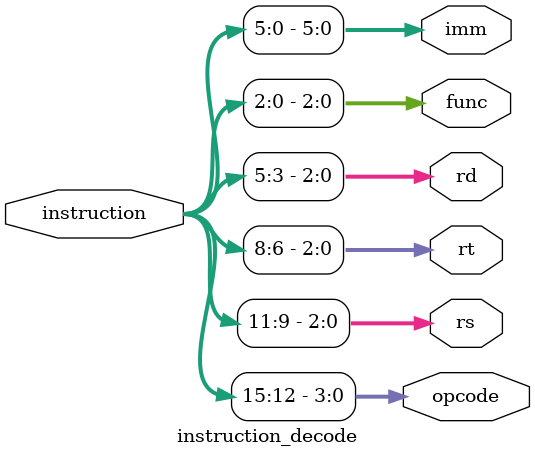
<source format=v>
module instruction_decode(instruction, opcode, rs, rt, rd, func, imm);

input [15:0] instruction;

output [3:0] opcode;
output [2:0] rs;
output [2:0] rt;
output [2:0] rd;
output [2:0] func;
output [5:0] imm;

and i15(opcode[3], instruction[15], 1'b1);
and i14(opcode[2], instruction[14], 1'b1);
and i13(opcode[1], instruction[13], 1'b1);
and i12(opcode[0], instruction[12], 1'b1);

and i11(rs[2], instruction[11], 1'b1);
and i10(rs[1], instruction[10], 1'b1);
and i9(rs[0], instruction[9], 1'b1);

and i8(rt[2], instruction[8], 1'b1);
and i7(rt[1], instruction[7], 1'b1);
and i6(rt[0], instruction[6], 1'b1);

and i5(rd[2], instruction[5], 1'b1);
and i4(rd[1], instruction[4], 1'b1);
and i3(rd[0], instruction[3], 1'b1);

and i2(func[2], instruction[2], 1'b1);
and i1(func[1], instruction[1], 1'b1);
and i0(func[0], instruction[0], 1'b1);

and imm5(imm[5], instruction[5], 1'b1);
and imm4(imm[4], instruction[4], 1'b1);
and imm3(imm[3], instruction[3], 1'b1);
and imm2(imm[2], instruction[2], 1'b1);
and imm1(imm[1], instruction[1], 1'b1);
and imm0(imm[0], instruction[0], 1'b1);


endmodule

</source>
